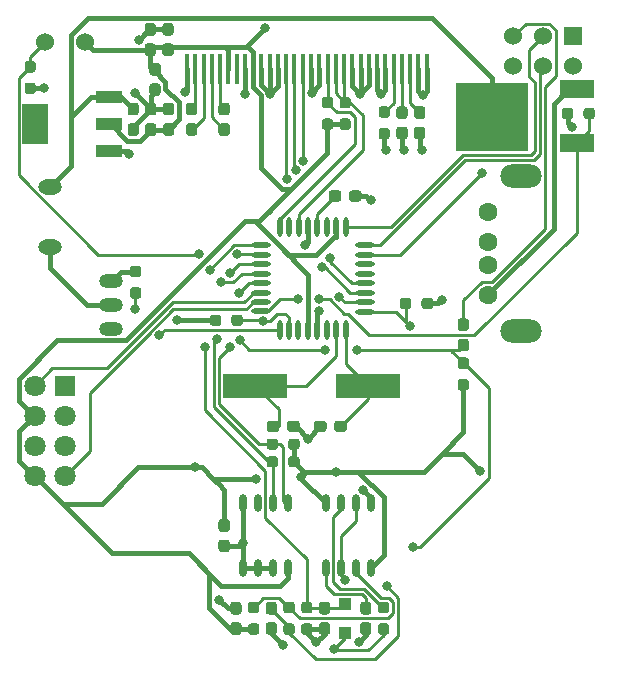
<source format=gtl>
G04 #@! TF.GenerationSoftware,KiCad,Pcbnew,(5.1.9-0-10_14)*
G04 #@! TF.CreationDate,2021-04-26T19:25:28+02:00*
G04 #@! TF.ProjectId,Le_kube,4c655f6b-7562-4652-9e6b-696361645f70,rev?*
G04 #@! TF.SameCoordinates,Original*
G04 #@! TF.FileFunction,Copper,L1,Top*
G04 #@! TF.FilePolarity,Positive*
%FSLAX46Y46*%
G04 Gerber Fmt 4.6, Leading zero omitted, Abs format (unit mm)*
G04 Created by KiCad (PCBNEW (5.1.9-0-10_14)) date 2021-04-26 19:25:28*
%MOMM*%
%LPD*%
G01*
G04 APERTURE LIST*
G04 #@! TA.AperFunction,ComponentPad*
%ADD10O,3.500000X2.000000*%
G04 #@! TD*
G04 #@! TA.AperFunction,ComponentPad*
%ADD11C,1.600000*%
G04 #@! TD*
G04 #@! TA.AperFunction,ComponentPad*
%ADD12C,1.524000*%
G04 #@! TD*
G04 #@! TA.AperFunction,ComponentPad*
%ADD13R,1.524000X1.524000*%
G04 #@! TD*
G04 #@! TA.AperFunction,SMDPad,CuDef*
%ADD14R,0.351000X2.499000*%
G04 #@! TD*
G04 #@! TA.AperFunction,ComponentPad*
%ADD15R,1.800000X1.800000*%
G04 #@! TD*
G04 #@! TA.AperFunction,ComponentPad*
%ADD16C,1.800000*%
G04 #@! TD*
G04 #@! TA.AperFunction,SMDPad,CuDef*
%ADD17R,2.200000X1.100000*%
G04 #@! TD*
G04 #@! TA.AperFunction,SMDPad,CuDef*
%ADD18R,2.200000X3.500000*%
G04 #@! TD*
G04 #@! TA.AperFunction,SMDPad,CuDef*
%ADD19R,6.200000X5.800000*%
G04 #@! TD*
G04 #@! TA.AperFunction,SMDPad,CuDef*
%ADD20R,3.000000X1.600000*%
G04 #@! TD*
G04 #@! TA.AperFunction,ComponentPad*
%ADD21O,2.000000X1.300000*%
G04 #@! TD*
G04 #@! TA.AperFunction,SMDPad,CuDef*
%ADD22R,5.500000X2.000000*%
G04 #@! TD*
G04 #@! TA.AperFunction,SMDPad,CuDef*
%ADD23O,0.600000X1.520000*%
G04 #@! TD*
G04 #@! TA.AperFunction,SMDPad,CuDef*
%ADD24O,0.450000X1.650000*%
G04 #@! TD*
G04 #@! TA.AperFunction,SMDPad,CuDef*
%ADD25O,1.650000X0.450000*%
G04 #@! TD*
G04 #@! TA.AperFunction,ComponentPad*
%ADD26O,2.000000X1.200000*%
G04 #@! TD*
G04 #@! TA.AperFunction,SMDPad,CuDef*
%ADD27R,1.000000X1.000000*%
G04 #@! TD*
G04 #@! TA.AperFunction,ViaPad*
%ADD28C,0.800000*%
G04 #@! TD*
G04 #@! TA.AperFunction,Conductor*
%ADD29C,0.400000*%
G04 #@! TD*
G04 #@! TA.AperFunction,Conductor*
%ADD30C,0.250000*%
G04 #@! TD*
G04 APERTURE END LIST*
D10*
X118125000Y-69052000D03*
X118125000Y-82168000D03*
D11*
X115375000Y-72110000D03*
X115375000Y-74610000D03*
X115375000Y-76610000D03*
X115375000Y-79110000D03*
G04 #@! TA.AperFunction,SMDPad,CuDef*
G36*
G01*
X108862500Y-79602500D02*
X108862500Y-80077500D01*
G75*
G02*
X108625000Y-80315000I-237500J0D01*
G01*
X108125000Y-80315000D01*
G75*
G02*
X107887500Y-80077500I0J237500D01*
G01*
X107887500Y-79602500D01*
G75*
G02*
X108125000Y-79365000I237500J0D01*
G01*
X108625000Y-79365000D01*
G75*
G02*
X108862500Y-79602500I0J-237500D01*
G01*
G37*
G04 #@! TD.AperFunction*
G04 #@! TA.AperFunction,SMDPad,CuDef*
G36*
G01*
X110687500Y-79602500D02*
X110687500Y-80077500D01*
G75*
G02*
X110450000Y-80315000I-237500J0D01*
G01*
X109950000Y-80315000D01*
G75*
G02*
X109712500Y-80077500I0J237500D01*
G01*
X109712500Y-79602500D01*
G75*
G02*
X109950000Y-79365000I237500J0D01*
G01*
X110450000Y-79365000D01*
G75*
G02*
X110687500Y-79602500I0J-237500D01*
G01*
G37*
G04 #@! TD.AperFunction*
G04 #@! TA.AperFunction,SMDPad,CuDef*
G36*
G01*
X93617500Y-81507500D02*
X93617500Y-81032500D01*
G75*
G02*
X93855000Y-80795000I237500J0D01*
G01*
X94355000Y-80795000D01*
G75*
G02*
X94592500Y-81032500I0J-237500D01*
G01*
X94592500Y-81507500D01*
G75*
G02*
X94355000Y-81745000I-237500J0D01*
G01*
X93855000Y-81745000D01*
G75*
G02*
X93617500Y-81507500I0J237500D01*
G01*
G37*
G04 #@! TD.AperFunction*
G04 #@! TA.AperFunction,SMDPad,CuDef*
G36*
G01*
X91792500Y-81507500D02*
X91792500Y-81032500D01*
G75*
G02*
X92030000Y-80795000I237500J0D01*
G01*
X92530000Y-80795000D01*
G75*
G02*
X92767500Y-81032500I0J-237500D01*
G01*
X92767500Y-81507500D01*
G75*
G02*
X92530000Y-81745000I-237500J0D01*
G01*
X92030000Y-81745000D01*
G75*
G02*
X91792500Y-81507500I0J237500D01*
G01*
G37*
G04 #@! TD.AperFunction*
G04 #@! TA.AperFunction,SMDPad,CuDef*
G36*
G01*
X85272500Y-78472500D02*
X85747500Y-78472500D01*
G75*
G02*
X85985000Y-78710000I0J-237500D01*
G01*
X85985000Y-79210000D01*
G75*
G02*
X85747500Y-79447500I-237500J0D01*
G01*
X85272500Y-79447500D01*
G75*
G02*
X85035000Y-79210000I0J237500D01*
G01*
X85035000Y-78710000D01*
G75*
G02*
X85272500Y-78472500I237500J0D01*
G01*
G37*
G04 #@! TD.AperFunction*
G04 #@! TA.AperFunction,SMDPad,CuDef*
G36*
G01*
X85272500Y-76647500D02*
X85747500Y-76647500D01*
G75*
G02*
X85985000Y-76885000I0J-237500D01*
G01*
X85985000Y-77385000D01*
G75*
G02*
X85747500Y-77622500I-237500J0D01*
G01*
X85272500Y-77622500D01*
G75*
G02*
X85035000Y-77385000I0J237500D01*
G01*
X85035000Y-76885000D01*
G75*
G02*
X85272500Y-76647500I237500J0D01*
G01*
G37*
G04 #@! TD.AperFunction*
D12*
X117460000Y-59770000D03*
X117460000Y-57230000D03*
X120000000Y-59770000D03*
X120000000Y-57230000D03*
X122540000Y-59770000D03*
D13*
X122540000Y-57230000D03*
D14*
X110149000Y-59998000D03*
X109450000Y-59998000D03*
X108751000Y-59999000D03*
X108056000Y-60000000D03*
X107356000Y-60000000D03*
X106656000Y-60000000D03*
X105956000Y-60000000D03*
X105256000Y-60000000D03*
X104556000Y-60000000D03*
X103856000Y-60000000D03*
X103156000Y-60000000D03*
X102456000Y-60000000D03*
X101756000Y-60000000D03*
X101056000Y-60000000D03*
X100356000Y-60000000D03*
X99656000Y-60000000D03*
X98956000Y-60000000D03*
X98256000Y-60000000D03*
X97556000Y-60000000D03*
X96856000Y-60000000D03*
X96156000Y-60000000D03*
X95456000Y-60000000D03*
X94756000Y-60000000D03*
X94056000Y-60000000D03*
X93356000Y-60000000D03*
X92656000Y-60000000D03*
X91956000Y-60000000D03*
X91256000Y-60000000D03*
X90556000Y-60000000D03*
X89851000Y-60002000D03*
D15*
X79490000Y-86830000D03*
D16*
X79490000Y-89370000D03*
X79490000Y-91910000D03*
X79490000Y-94450000D03*
X76950000Y-86830000D03*
X76950000Y-89370000D03*
X76950000Y-91910000D03*
X76950000Y-94450000D03*
D17*
X83223000Y-66950000D03*
X83223000Y-64650000D03*
X83223000Y-62350000D03*
D18*
X77025000Y-64650000D03*
G04 #@! TA.AperFunction,SMDPad,CuDef*
G36*
G01*
X87037500Y-63925000D02*
X86562500Y-63925000D01*
G75*
G02*
X86325000Y-63687500I0J237500D01*
G01*
X86325000Y-63087500D01*
G75*
G02*
X86562500Y-62850000I237500J0D01*
G01*
X87037500Y-62850000D01*
G75*
G02*
X87275000Y-63087500I0J-237500D01*
G01*
X87275000Y-63687500D01*
G75*
G02*
X87037500Y-63925000I-237500J0D01*
G01*
G37*
G04 #@! TD.AperFunction*
G04 #@! TA.AperFunction,SMDPad,CuDef*
G36*
G01*
X87037500Y-65650000D02*
X86562500Y-65650000D01*
G75*
G02*
X86325000Y-65412500I0J237500D01*
G01*
X86325000Y-64812500D01*
G75*
G02*
X86562500Y-64575000I237500J0D01*
G01*
X87037500Y-64575000D01*
G75*
G02*
X87275000Y-64812500I0J-237500D01*
G01*
X87275000Y-65412500D01*
G75*
G02*
X87037500Y-65650000I-237500J0D01*
G01*
G37*
G04 #@! TD.AperFunction*
G04 #@! TA.AperFunction,SMDPad,CuDef*
G36*
G01*
X88537500Y-63925000D02*
X88062500Y-63925000D01*
G75*
G02*
X87825000Y-63687500I0J237500D01*
G01*
X87825000Y-63087500D01*
G75*
G02*
X88062500Y-62850000I237500J0D01*
G01*
X88537500Y-62850000D01*
G75*
G02*
X88775000Y-63087500I0J-237500D01*
G01*
X88775000Y-63687500D01*
G75*
G02*
X88537500Y-63925000I-237500J0D01*
G01*
G37*
G04 #@! TD.AperFunction*
G04 #@! TA.AperFunction,SMDPad,CuDef*
G36*
G01*
X88537500Y-65650000D02*
X88062500Y-65650000D01*
G75*
G02*
X87825000Y-65412500I0J237500D01*
G01*
X87825000Y-64812500D01*
G75*
G02*
X88062500Y-64575000I237500J0D01*
G01*
X88537500Y-64575000D01*
G75*
G02*
X88775000Y-64812500I0J-237500D01*
G01*
X88775000Y-65412500D01*
G75*
G02*
X88537500Y-65650000I-237500J0D01*
G01*
G37*
G04 #@! TD.AperFunction*
G04 #@! TA.AperFunction,SMDPad,CuDef*
G36*
G01*
X86912500Y-61200000D02*
X87387500Y-61200000D01*
G75*
G02*
X87625000Y-61437500I0J-237500D01*
G01*
X87625000Y-62037500D01*
G75*
G02*
X87387500Y-62275000I-237500J0D01*
G01*
X86912500Y-62275000D01*
G75*
G02*
X86675000Y-62037500I0J237500D01*
G01*
X86675000Y-61437500D01*
G75*
G02*
X86912500Y-61200000I237500J0D01*
G01*
G37*
G04 #@! TD.AperFunction*
G04 #@! TA.AperFunction,SMDPad,CuDef*
G36*
G01*
X86912500Y-59475000D02*
X87387500Y-59475000D01*
G75*
G02*
X87625000Y-59712500I0J-237500D01*
G01*
X87625000Y-60312500D01*
G75*
G02*
X87387500Y-60550000I-237500J0D01*
G01*
X86912500Y-60550000D01*
G75*
G02*
X86675000Y-60312500I0J237500D01*
G01*
X86675000Y-59712500D01*
G75*
G02*
X86912500Y-59475000I237500J0D01*
G01*
G37*
G04 #@! TD.AperFunction*
G04 #@! TA.AperFunction,SMDPad,CuDef*
G36*
G01*
X85537500Y-63925000D02*
X85062500Y-63925000D01*
G75*
G02*
X84825000Y-63687500I0J237500D01*
G01*
X84825000Y-63087500D01*
G75*
G02*
X85062500Y-62850000I237500J0D01*
G01*
X85537500Y-62850000D01*
G75*
G02*
X85775000Y-63087500I0J-237500D01*
G01*
X85775000Y-63687500D01*
G75*
G02*
X85537500Y-63925000I-237500J0D01*
G01*
G37*
G04 #@! TD.AperFunction*
G04 #@! TA.AperFunction,SMDPad,CuDef*
G36*
G01*
X85537500Y-65650000D02*
X85062500Y-65650000D01*
G75*
G02*
X84825000Y-65412500I0J237500D01*
G01*
X84825000Y-64812500D01*
G75*
G02*
X85062500Y-64575000I237500J0D01*
G01*
X85537500Y-64575000D01*
G75*
G02*
X85775000Y-64812500I0J-237500D01*
G01*
X85775000Y-65412500D01*
G75*
G02*
X85537500Y-65650000I-237500J0D01*
G01*
G37*
G04 #@! TD.AperFunction*
G04 #@! TA.AperFunction,SMDPad,CuDef*
G36*
G01*
X95262500Y-106925000D02*
X95737500Y-106925000D01*
G75*
G02*
X95975000Y-107162500I0J-237500D01*
G01*
X95975000Y-107662500D01*
G75*
G02*
X95737500Y-107900000I-237500J0D01*
G01*
X95262500Y-107900000D01*
G75*
G02*
X95025000Y-107662500I0J237500D01*
G01*
X95025000Y-107162500D01*
G75*
G02*
X95262500Y-106925000I237500J0D01*
G01*
G37*
G04 #@! TD.AperFunction*
G04 #@! TA.AperFunction,SMDPad,CuDef*
G36*
G01*
X95262500Y-105100000D02*
X95737500Y-105100000D01*
G75*
G02*
X95975000Y-105337500I0J-237500D01*
G01*
X95975000Y-105837500D01*
G75*
G02*
X95737500Y-106075000I-237500J0D01*
G01*
X95262500Y-106075000D01*
G75*
G02*
X95025000Y-105837500I0J237500D01*
G01*
X95025000Y-105337500D01*
G75*
G02*
X95262500Y-105100000I237500J0D01*
G01*
G37*
G04 #@! TD.AperFunction*
D19*
X115660000Y-64025000D03*
D20*
X122840000Y-61710000D03*
X122840000Y-66290000D03*
D21*
X78300000Y-75040000D03*
X78300000Y-69960000D03*
D22*
X105150000Y-86800000D03*
X95650000Y-86800000D03*
D23*
X105405000Y-96760000D03*
X104135000Y-96760000D03*
X102865000Y-96760000D03*
X101595000Y-96760000D03*
X105405000Y-102240000D03*
X104135000Y-102240000D03*
X102865000Y-102240000D03*
X101595000Y-102240000D03*
X98405000Y-96760000D03*
X97135000Y-96760000D03*
X95865000Y-96760000D03*
X94595000Y-96760000D03*
X98405000Y-102240000D03*
X97135000Y-102240000D03*
X95865000Y-102240000D03*
X94595000Y-102240000D03*
D24*
X97693000Y-82089000D03*
X98493000Y-82089000D03*
X99293000Y-82089000D03*
X100093000Y-82089000D03*
X100891000Y-82089000D03*
X101691000Y-82089000D03*
X102491000Y-82089000D03*
X103291000Y-82089000D03*
D25*
X104891000Y-80524000D03*
X104891000Y-79724000D03*
X104891000Y-78924000D03*
X104891000Y-78124000D03*
X104891000Y-77326000D03*
X104891000Y-76526000D03*
X104891000Y-75726000D03*
X104891000Y-74926000D03*
D24*
X103301000Y-73351000D03*
X102501000Y-73351000D03*
X101701000Y-73351000D03*
X100901000Y-73351000D03*
X100104000Y-73351000D03*
X99303000Y-73351000D03*
X98503000Y-73351000D03*
X97703000Y-73351000D03*
D25*
X96129000Y-74916000D03*
X96129000Y-75716000D03*
X96129000Y-76516000D03*
X96129000Y-77316000D03*
X96129000Y-78114000D03*
X96129000Y-78914000D03*
X96129000Y-79714000D03*
X96129000Y-80514000D03*
G04 #@! TA.AperFunction,SMDPad,CuDef*
G36*
G01*
X123425000Y-63991500D02*
X123425000Y-63516500D01*
G75*
G02*
X123662500Y-63279000I237500J0D01*
G01*
X124162500Y-63279000D01*
G75*
G02*
X124400000Y-63516500I0J-237500D01*
G01*
X124400000Y-63991500D01*
G75*
G02*
X124162500Y-64229000I-237500J0D01*
G01*
X123662500Y-64229000D01*
G75*
G02*
X123425000Y-63991500I0J237500D01*
G01*
G37*
G04 #@! TD.AperFunction*
G04 #@! TA.AperFunction,SMDPad,CuDef*
G36*
G01*
X121600000Y-63991500D02*
X121600000Y-63516500D01*
G75*
G02*
X121837500Y-63279000I237500J0D01*
G01*
X122337500Y-63279000D01*
G75*
G02*
X122575000Y-63516500I0J-237500D01*
G01*
X122575000Y-63991500D01*
G75*
G02*
X122337500Y-64229000I-237500J0D01*
G01*
X121837500Y-64229000D01*
G75*
G02*
X121600000Y-63991500I0J237500D01*
G01*
G37*
G04 #@! TD.AperFunction*
G04 #@! TA.AperFunction,SMDPad,CuDef*
G36*
G01*
X106737500Y-106075000D02*
X106262500Y-106075000D01*
G75*
G02*
X106025000Y-105837500I0J237500D01*
G01*
X106025000Y-105337500D01*
G75*
G02*
X106262500Y-105100000I237500J0D01*
G01*
X106737500Y-105100000D01*
G75*
G02*
X106975000Y-105337500I0J-237500D01*
G01*
X106975000Y-105837500D01*
G75*
G02*
X106737500Y-106075000I-237500J0D01*
G01*
G37*
G04 #@! TD.AperFunction*
G04 #@! TA.AperFunction,SMDPad,CuDef*
G36*
G01*
X106737500Y-107900000D02*
X106262500Y-107900000D01*
G75*
G02*
X106025000Y-107662500I0J237500D01*
G01*
X106025000Y-107162500D01*
G75*
G02*
X106262500Y-106925000I237500J0D01*
G01*
X106737500Y-106925000D01*
G75*
G02*
X106975000Y-107162500I0J-237500D01*
G01*
X106975000Y-107662500D01*
G75*
G02*
X106737500Y-107900000I-237500J0D01*
G01*
G37*
G04 #@! TD.AperFunction*
G04 #@! TA.AperFunction,SMDPad,CuDef*
G36*
G01*
X100237500Y-106075000D02*
X99762500Y-106075000D01*
G75*
G02*
X99525000Y-105837500I0J237500D01*
G01*
X99525000Y-105337500D01*
G75*
G02*
X99762500Y-105100000I237500J0D01*
G01*
X100237500Y-105100000D01*
G75*
G02*
X100475000Y-105337500I0J-237500D01*
G01*
X100475000Y-105837500D01*
G75*
G02*
X100237500Y-106075000I-237500J0D01*
G01*
G37*
G04 #@! TD.AperFunction*
G04 #@! TA.AperFunction,SMDPad,CuDef*
G36*
G01*
X100237500Y-107900000D02*
X99762500Y-107900000D01*
G75*
G02*
X99525000Y-107662500I0J237500D01*
G01*
X99525000Y-107162500D01*
G75*
G02*
X99762500Y-106925000I237500J0D01*
G01*
X100237500Y-106925000D01*
G75*
G02*
X100475000Y-107162500I0J-237500D01*
G01*
X100475000Y-107662500D01*
G75*
G02*
X100237500Y-107900000I-237500J0D01*
G01*
G37*
G04 #@! TD.AperFunction*
G04 #@! TA.AperFunction,SMDPad,CuDef*
G36*
G01*
X98737500Y-106075000D02*
X98262500Y-106075000D01*
G75*
G02*
X98025000Y-105837500I0J237500D01*
G01*
X98025000Y-105337500D01*
G75*
G02*
X98262500Y-105100000I237500J0D01*
G01*
X98737500Y-105100000D01*
G75*
G02*
X98975000Y-105337500I0J-237500D01*
G01*
X98975000Y-105837500D01*
G75*
G02*
X98737500Y-106075000I-237500J0D01*
G01*
G37*
G04 #@! TD.AperFunction*
G04 #@! TA.AperFunction,SMDPad,CuDef*
G36*
G01*
X98737500Y-107900000D02*
X98262500Y-107900000D01*
G75*
G02*
X98025000Y-107662500I0J237500D01*
G01*
X98025000Y-107162500D01*
G75*
G02*
X98262500Y-106925000I237500J0D01*
G01*
X98737500Y-106925000D01*
G75*
G02*
X98975000Y-107162500I0J-237500D01*
G01*
X98975000Y-107662500D01*
G75*
G02*
X98737500Y-107900000I-237500J0D01*
G01*
G37*
G04 #@! TD.AperFunction*
G04 #@! TA.AperFunction,SMDPad,CuDef*
G36*
G01*
X106318500Y-64975000D02*
X106793500Y-64975000D01*
G75*
G02*
X107031000Y-65212500I0J-237500D01*
G01*
X107031000Y-65712500D01*
G75*
G02*
X106793500Y-65950000I-237500J0D01*
G01*
X106318500Y-65950000D01*
G75*
G02*
X106081000Y-65712500I0J237500D01*
G01*
X106081000Y-65212500D01*
G75*
G02*
X106318500Y-64975000I237500J0D01*
G01*
G37*
G04 #@! TD.AperFunction*
G04 #@! TA.AperFunction,SMDPad,CuDef*
G36*
G01*
X106318500Y-63150000D02*
X106793500Y-63150000D01*
G75*
G02*
X107031000Y-63387500I0J-237500D01*
G01*
X107031000Y-63887500D01*
G75*
G02*
X106793500Y-64125000I-237500J0D01*
G01*
X106318500Y-64125000D01*
G75*
G02*
X106081000Y-63887500I0J237500D01*
G01*
X106081000Y-63387500D01*
G75*
G02*
X106318500Y-63150000I237500J0D01*
G01*
G37*
G04 #@! TD.AperFunction*
G04 #@! TA.AperFunction,SMDPad,CuDef*
G36*
G01*
X101512500Y-64175000D02*
X101987500Y-64175000D01*
G75*
G02*
X102225000Y-64412500I0J-237500D01*
G01*
X102225000Y-64912500D01*
G75*
G02*
X101987500Y-65150000I-237500J0D01*
G01*
X101512500Y-65150000D01*
G75*
G02*
X101275000Y-64912500I0J237500D01*
G01*
X101275000Y-64412500D01*
G75*
G02*
X101512500Y-64175000I237500J0D01*
G01*
G37*
G04 #@! TD.AperFunction*
G04 #@! TA.AperFunction,SMDPad,CuDef*
G36*
G01*
X101512500Y-62350000D02*
X101987500Y-62350000D01*
G75*
G02*
X102225000Y-62587500I0J-237500D01*
G01*
X102225000Y-63087500D01*
G75*
G02*
X101987500Y-63325000I-237500J0D01*
G01*
X101512500Y-63325000D01*
G75*
G02*
X101275000Y-63087500I0J237500D01*
G01*
X101275000Y-62587500D01*
G75*
G02*
X101512500Y-62350000I237500J0D01*
G01*
G37*
G04 #@! TD.AperFunction*
G04 #@! TA.AperFunction,SMDPad,CuDef*
G36*
G01*
X103012500Y-64175000D02*
X103487500Y-64175000D01*
G75*
G02*
X103725000Y-64412500I0J-237500D01*
G01*
X103725000Y-64912500D01*
G75*
G02*
X103487500Y-65150000I-237500J0D01*
G01*
X103012500Y-65150000D01*
G75*
G02*
X102775000Y-64912500I0J237500D01*
G01*
X102775000Y-64412500D01*
G75*
G02*
X103012500Y-64175000I237500J0D01*
G01*
G37*
G04 #@! TD.AperFunction*
G04 #@! TA.AperFunction,SMDPad,CuDef*
G36*
G01*
X103012500Y-62350000D02*
X103487500Y-62350000D01*
G75*
G02*
X103725000Y-62587500I0J-237500D01*
G01*
X103725000Y-63087500D01*
G75*
G02*
X103487500Y-63325000I-237500J0D01*
G01*
X103012500Y-63325000D01*
G75*
G02*
X102775000Y-63087500I0J237500D01*
G01*
X102775000Y-62587500D01*
G75*
G02*
X103012500Y-62350000I237500J0D01*
G01*
G37*
G04 #@! TD.AperFunction*
G04 #@! TA.AperFunction,SMDPad,CuDef*
G36*
G01*
X98425000Y-93487500D02*
X98425000Y-93012500D01*
G75*
G02*
X98662500Y-92775000I237500J0D01*
G01*
X99162500Y-92775000D01*
G75*
G02*
X99400000Y-93012500I0J-237500D01*
G01*
X99400000Y-93487500D01*
G75*
G02*
X99162500Y-93725000I-237500J0D01*
G01*
X98662500Y-93725000D01*
G75*
G02*
X98425000Y-93487500I0J237500D01*
G01*
G37*
G04 #@! TD.AperFunction*
G04 #@! TA.AperFunction,SMDPad,CuDef*
G36*
G01*
X96600000Y-93487500D02*
X96600000Y-93012500D01*
G75*
G02*
X96837500Y-92775000I237500J0D01*
G01*
X97337500Y-92775000D01*
G75*
G02*
X97575000Y-93012500I0J-237500D01*
G01*
X97575000Y-93487500D01*
G75*
G02*
X97337500Y-93725000I-237500J0D01*
G01*
X96837500Y-93725000D01*
G75*
G02*
X96600000Y-93487500I0J237500D01*
G01*
G37*
G04 #@! TD.AperFunction*
G04 #@! TA.AperFunction,SMDPad,CuDef*
G36*
G01*
X97575000Y-91512500D02*
X97575000Y-91987500D01*
G75*
G02*
X97337500Y-92225000I-237500J0D01*
G01*
X96837500Y-92225000D01*
G75*
G02*
X96600000Y-91987500I0J237500D01*
G01*
X96600000Y-91512500D01*
G75*
G02*
X96837500Y-91275000I237500J0D01*
G01*
X97337500Y-91275000D01*
G75*
G02*
X97575000Y-91512500I0J-237500D01*
G01*
G37*
G04 #@! TD.AperFunction*
G04 #@! TA.AperFunction,SMDPad,CuDef*
G36*
G01*
X99400000Y-91512500D02*
X99400000Y-91987500D01*
G75*
G02*
X99162500Y-92225000I-237500J0D01*
G01*
X98662500Y-92225000D01*
G75*
G02*
X98425000Y-91987500I0J237500D01*
G01*
X98425000Y-91512500D01*
G75*
G02*
X98662500Y-91275000I237500J0D01*
G01*
X99162500Y-91275000D01*
G75*
G02*
X99400000Y-91512500I0J-237500D01*
G01*
G37*
G04 #@! TD.AperFunction*
G04 #@! TA.AperFunction,SMDPad,CuDef*
G36*
G01*
X113487500Y-85387500D02*
X113012500Y-85387500D01*
G75*
G02*
X112775000Y-85150000I0J237500D01*
G01*
X112775000Y-84650000D01*
G75*
G02*
X113012500Y-84412500I237500J0D01*
G01*
X113487500Y-84412500D01*
G75*
G02*
X113725000Y-84650000I0J-237500D01*
G01*
X113725000Y-85150000D01*
G75*
G02*
X113487500Y-85387500I-237500J0D01*
G01*
G37*
G04 #@! TD.AperFunction*
G04 #@! TA.AperFunction,SMDPad,CuDef*
G36*
G01*
X113487500Y-87212500D02*
X113012500Y-87212500D01*
G75*
G02*
X112775000Y-86975000I0J237500D01*
G01*
X112775000Y-86475000D01*
G75*
G02*
X113012500Y-86237500I237500J0D01*
G01*
X113487500Y-86237500D01*
G75*
G02*
X113725000Y-86475000I0J-237500D01*
G01*
X113725000Y-86975000D01*
G75*
G02*
X113487500Y-87212500I-237500J0D01*
G01*
G37*
G04 #@! TD.AperFunction*
G04 #@! TA.AperFunction,SMDPad,CuDef*
G36*
G01*
X76812500Y-60287500D02*
X76337500Y-60287500D01*
G75*
G02*
X76100000Y-60050000I0J237500D01*
G01*
X76100000Y-59550000D01*
G75*
G02*
X76337500Y-59312500I237500J0D01*
G01*
X76812500Y-59312500D01*
G75*
G02*
X77050000Y-59550000I0J-237500D01*
G01*
X77050000Y-60050000D01*
G75*
G02*
X76812500Y-60287500I-237500J0D01*
G01*
G37*
G04 #@! TD.AperFunction*
G04 #@! TA.AperFunction,SMDPad,CuDef*
G36*
G01*
X76812500Y-62112500D02*
X76337500Y-62112500D01*
G75*
G02*
X76100000Y-61875000I0J237500D01*
G01*
X76100000Y-61375000D01*
G75*
G02*
X76337500Y-61137500I237500J0D01*
G01*
X76812500Y-61137500D01*
G75*
G02*
X77050000Y-61375000I0J-237500D01*
G01*
X77050000Y-61875000D01*
G75*
G02*
X76812500Y-62112500I-237500J0D01*
G01*
G37*
G04 #@! TD.AperFunction*
D12*
X77825000Y-57700000D03*
X81225000Y-57700000D03*
D26*
X83400000Y-81975000D03*
X83400000Y-79975000D03*
X83400000Y-77975000D03*
D27*
X103250000Y-105300000D03*
X103250000Y-107700000D03*
G04 #@! TA.AperFunction,SMDPad,CuDef*
G36*
G01*
X101737500Y-106175000D02*
X101262500Y-106175000D01*
G75*
G02*
X101025000Y-105937500I0J237500D01*
G01*
X101025000Y-105337500D01*
G75*
G02*
X101262500Y-105100000I237500J0D01*
G01*
X101737500Y-105100000D01*
G75*
G02*
X101975000Y-105337500I0J-237500D01*
G01*
X101975000Y-105937500D01*
G75*
G02*
X101737500Y-106175000I-237500J0D01*
G01*
G37*
G04 #@! TD.AperFunction*
G04 #@! TA.AperFunction,SMDPad,CuDef*
G36*
G01*
X101737500Y-107900000D02*
X101262500Y-107900000D01*
G75*
G02*
X101025000Y-107662500I0J237500D01*
G01*
X101025000Y-107062500D01*
G75*
G02*
X101262500Y-106825000I237500J0D01*
G01*
X101737500Y-106825000D01*
G75*
G02*
X101975000Y-107062500I0J-237500D01*
G01*
X101975000Y-107662500D01*
G75*
G02*
X101737500Y-107900000I-237500J0D01*
G01*
G37*
G04 #@! TD.AperFunction*
G04 #@! TA.AperFunction,SMDPad,CuDef*
G36*
G01*
X104762500Y-106825000D02*
X105237500Y-106825000D01*
G75*
G02*
X105475000Y-107062500I0J-237500D01*
G01*
X105475000Y-107662500D01*
G75*
G02*
X105237500Y-107900000I-237500J0D01*
G01*
X104762500Y-107900000D01*
G75*
G02*
X104525000Y-107662500I0J237500D01*
G01*
X104525000Y-107062500D01*
G75*
G02*
X104762500Y-106825000I237500J0D01*
G01*
G37*
G04 #@! TD.AperFunction*
G04 #@! TA.AperFunction,SMDPad,CuDef*
G36*
G01*
X104762500Y-105100000D02*
X105237500Y-105100000D01*
G75*
G02*
X105475000Y-105337500I0J-237500D01*
G01*
X105475000Y-105937500D01*
G75*
G02*
X105237500Y-106175000I-237500J0D01*
G01*
X104762500Y-106175000D01*
G75*
G02*
X104525000Y-105937500I0J237500D01*
G01*
X104525000Y-105337500D01*
G75*
G02*
X104762500Y-105100000I237500J0D01*
G01*
G37*
G04 #@! TD.AperFunction*
G04 #@! TA.AperFunction,SMDPad,CuDef*
G36*
G01*
X97237500Y-106175000D02*
X96762500Y-106175000D01*
G75*
G02*
X96525000Y-105937500I0J237500D01*
G01*
X96525000Y-105337500D01*
G75*
G02*
X96762500Y-105100000I237500J0D01*
G01*
X97237500Y-105100000D01*
G75*
G02*
X97475000Y-105337500I0J-237500D01*
G01*
X97475000Y-105937500D01*
G75*
G02*
X97237500Y-106175000I-237500J0D01*
G01*
G37*
G04 #@! TD.AperFunction*
G04 #@! TA.AperFunction,SMDPad,CuDef*
G36*
G01*
X97237500Y-107900000D02*
X96762500Y-107900000D01*
G75*
G02*
X96525000Y-107662500I0J237500D01*
G01*
X96525000Y-107062500D01*
G75*
G02*
X96762500Y-106825000I237500J0D01*
G01*
X97237500Y-106825000D01*
G75*
G02*
X97475000Y-107062500I0J-237500D01*
G01*
X97475000Y-107662500D01*
G75*
G02*
X97237500Y-107900000I-237500J0D01*
G01*
G37*
G04 #@! TD.AperFunction*
G04 #@! TA.AperFunction,SMDPad,CuDef*
G36*
G01*
X93762500Y-106825000D02*
X94237500Y-106825000D01*
G75*
G02*
X94475000Y-107062500I0J-237500D01*
G01*
X94475000Y-107662500D01*
G75*
G02*
X94237500Y-107900000I-237500J0D01*
G01*
X93762500Y-107900000D01*
G75*
G02*
X93525000Y-107662500I0J237500D01*
G01*
X93525000Y-107062500D01*
G75*
G02*
X93762500Y-106825000I237500J0D01*
G01*
G37*
G04 #@! TD.AperFunction*
G04 #@! TA.AperFunction,SMDPad,CuDef*
G36*
G01*
X93762500Y-105100000D02*
X94237500Y-105100000D01*
G75*
G02*
X94475000Y-105337500I0J-237500D01*
G01*
X94475000Y-105937500D01*
G75*
G02*
X94237500Y-106175000I-237500J0D01*
G01*
X93762500Y-106175000D01*
G75*
G02*
X93525000Y-105937500I0J237500D01*
G01*
X93525000Y-105337500D01*
G75*
G02*
X93762500Y-105100000I237500J0D01*
G01*
G37*
G04 #@! TD.AperFunction*
G04 #@! TA.AperFunction,SMDPad,CuDef*
G36*
G01*
X86987500Y-57175000D02*
X86512500Y-57175000D01*
G75*
G02*
X86275000Y-56937500I0J237500D01*
G01*
X86275000Y-56337500D01*
G75*
G02*
X86512500Y-56100000I237500J0D01*
G01*
X86987500Y-56100000D01*
G75*
G02*
X87225000Y-56337500I0J-237500D01*
G01*
X87225000Y-56937500D01*
G75*
G02*
X86987500Y-57175000I-237500J0D01*
G01*
G37*
G04 #@! TD.AperFunction*
G04 #@! TA.AperFunction,SMDPad,CuDef*
G36*
G01*
X86987500Y-58900000D02*
X86512500Y-58900000D01*
G75*
G02*
X86275000Y-58662500I0J237500D01*
G01*
X86275000Y-58062500D01*
G75*
G02*
X86512500Y-57825000I237500J0D01*
G01*
X86987500Y-57825000D01*
G75*
G02*
X87225000Y-58062500I0J-237500D01*
G01*
X87225000Y-58662500D01*
G75*
G02*
X86987500Y-58900000I-237500J0D01*
G01*
G37*
G04 #@! TD.AperFunction*
G04 #@! TA.AperFunction,SMDPad,CuDef*
G36*
G01*
X88487500Y-57175000D02*
X88012500Y-57175000D01*
G75*
G02*
X87775000Y-56937500I0J237500D01*
G01*
X87775000Y-56337500D01*
G75*
G02*
X88012500Y-56100000I237500J0D01*
G01*
X88487500Y-56100000D01*
G75*
G02*
X88725000Y-56337500I0J-237500D01*
G01*
X88725000Y-56937500D01*
G75*
G02*
X88487500Y-57175000I-237500J0D01*
G01*
G37*
G04 #@! TD.AperFunction*
G04 #@! TA.AperFunction,SMDPad,CuDef*
G36*
G01*
X88487500Y-58900000D02*
X88012500Y-58900000D01*
G75*
G02*
X87775000Y-58662500I0J237500D01*
G01*
X87775000Y-58062500D01*
G75*
G02*
X88012500Y-57825000I237500J0D01*
G01*
X88487500Y-57825000D01*
G75*
G02*
X88725000Y-58062500I0J-237500D01*
G01*
X88725000Y-58662500D01*
G75*
G02*
X88487500Y-58900000I-237500J0D01*
G01*
G37*
G04 #@! TD.AperFunction*
G04 #@! TA.AperFunction,SMDPad,CuDef*
G36*
G01*
X109793500Y-64225000D02*
X109318500Y-64225000D01*
G75*
G02*
X109081000Y-63987500I0J237500D01*
G01*
X109081000Y-63387500D01*
G75*
G02*
X109318500Y-63150000I237500J0D01*
G01*
X109793500Y-63150000D01*
G75*
G02*
X110031000Y-63387500I0J-237500D01*
G01*
X110031000Y-63987500D01*
G75*
G02*
X109793500Y-64225000I-237500J0D01*
G01*
G37*
G04 #@! TD.AperFunction*
G04 #@! TA.AperFunction,SMDPad,CuDef*
G36*
G01*
X109793500Y-65950000D02*
X109318500Y-65950000D01*
G75*
G02*
X109081000Y-65712500I0J237500D01*
G01*
X109081000Y-65112500D01*
G75*
G02*
X109318500Y-64875000I237500J0D01*
G01*
X109793500Y-64875000D01*
G75*
G02*
X110031000Y-65112500I0J-237500D01*
G01*
X110031000Y-65712500D01*
G75*
G02*
X109793500Y-65950000I-237500J0D01*
G01*
G37*
G04 #@! TD.AperFunction*
G04 #@! TA.AperFunction,SMDPad,CuDef*
G36*
G01*
X108293500Y-64225000D02*
X107818500Y-64225000D01*
G75*
G02*
X107581000Y-63987500I0J237500D01*
G01*
X107581000Y-63387500D01*
G75*
G02*
X107818500Y-63150000I237500J0D01*
G01*
X108293500Y-63150000D01*
G75*
G02*
X108531000Y-63387500I0J-237500D01*
G01*
X108531000Y-63987500D01*
G75*
G02*
X108293500Y-64225000I-237500J0D01*
G01*
G37*
G04 #@! TD.AperFunction*
G04 #@! TA.AperFunction,SMDPad,CuDef*
G36*
G01*
X108293500Y-65950000D02*
X107818500Y-65950000D01*
G75*
G02*
X107581000Y-65712500I0J237500D01*
G01*
X107581000Y-65112500D01*
G75*
G02*
X107818500Y-64875000I237500J0D01*
G01*
X108293500Y-64875000D01*
G75*
G02*
X108531000Y-65112500I0J-237500D01*
G01*
X108531000Y-65712500D01*
G75*
G02*
X108293500Y-65950000I-237500J0D01*
G01*
G37*
G04 #@! TD.AperFunction*
G04 #@! TA.AperFunction,SMDPad,CuDef*
G36*
G01*
X93237500Y-63925000D02*
X92762500Y-63925000D01*
G75*
G02*
X92525000Y-63687500I0J237500D01*
G01*
X92525000Y-63087500D01*
G75*
G02*
X92762500Y-62850000I237500J0D01*
G01*
X93237500Y-62850000D01*
G75*
G02*
X93475000Y-63087500I0J-237500D01*
G01*
X93475000Y-63687500D01*
G75*
G02*
X93237500Y-63925000I-237500J0D01*
G01*
G37*
G04 #@! TD.AperFunction*
G04 #@! TA.AperFunction,SMDPad,CuDef*
G36*
G01*
X93237500Y-65650000D02*
X92762500Y-65650000D01*
G75*
G02*
X92525000Y-65412500I0J237500D01*
G01*
X92525000Y-64812500D01*
G75*
G02*
X92762500Y-64575000I237500J0D01*
G01*
X93237500Y-64575000D01*
G75*
G02*
X93475000Y-64812500I0J-237500D01*
G01*
X93475000Y-65412500D01*
G75*
G02*
X93237500Y-65650000I-237500J0D01*
G01*
G37*
G04 #@! TD.AperFunction*
G04 #@! TA.AperFunction,SMDPad,CuDef*
G36*
G01*
X90012500Y-64575000D02*
X90487500Y-64575000D01*
G75*
G02*
X90725000Y-64812500I0J-237500D01*
G01*
X90725000Y-65412500D01*
G75*
G02*
X90487500Y-65650000I-237500J0D01*
G01*
X90012500Y-65650000D01*
G75*
G02*
X89775000Y-65412500I0J237500D01*
G01*
X89775000Y-64812500D01*
G75*
G02*
X90012500Y-64575000I237500J0D01*
G01*
G37*
G04 #@! TD.AperFunction*
G04 #@! TA.AperFunction,SMDPad,CuDef*
G36*
G01*
X90012500Y-62850000D02*
X90487500Y-62850000D01*
G75*
G02*
X90725000Y-63087500I0J-237500D01*
G01*
X90725000Y-63687500D01*
G75*
G02*
X90487500Y-63925000I-237500J0D01*
G01*
X90012500Y-63925000D01*
G75*
G02*
X89775000Y-63687500I0J237500D01*
G01*
X89775000Y-63087500D01*
G75*
G02*
X90012500Y-62850000I237500J0D01*
G01*
G37*
G04 #@! TD.AperFunction*
G04 #@! TA.AperFunction,SMDPad,CuDef*
G36*
G01*
X93237500Y-99175000D02*
X92762500Y-99175000D01*
G75*
G02*
X92525000Y-98937500I0J237500D01*
G01*
X92525000Y-98337500D01*
G75*
G02*
X92762500Y-98100000I237500J0D01*
G01*
X93237500Y-98100000D01*
G75*
G02*
X93475000Y-98337500I0J-237500D01*
G01*
X93475000Y-98937500D01*
G75*
G02*
X93237500Y-99175000I-237500J0D01*
G01*
G37*
G04 #@! TD.AperFunction*
G04 #@! TA.AperFunction,SMDPad,CuDef*
G36*
G01*
X93237500Y-100900000D02*
X92762500Y-100900000D01*
G75*
G02*
X92525000Y-100662500I0J237500D01*
G01*
X92525000Y-100062500D01*
G75*
G02*
X92762500Y-99825000I237500J0D01*
G01*
X93237500Y-99825000D01*
G75*
G02*
X93475000Y-100062500I0J-237500D01*
G01*
X93475000Y-100662500D01*
G75*
G02*
X93237500Y-100900000I-237500J0D01*
G01*
G37*
G04 #@! TD.AperFunction*
G04 #@! TA.AperFunction,SMDPad,CuDef*
G36*
G01*
X113012500Y-82825000D02*
X113487500Y-82825000D01*
G75*
G02*
X113725000Y-83062500I0J-237500D01*
G01*
X113725000Y-83662500D01*
G75*
G02*
X113487500Y-83900000I-237500J0D01*
G01*
X113012500Y-83900000D01*
G75*
G02*
X112775000Y-83662500I0J237500D01*
G01*
X112775000Y-83062500D01*
G75*
G02*
X113012500Y-82825000I237500J0D01*
G01*
G37*
G04 #@! TD.AperFunction*
G04 #@! TA.AperFunction,SMDPad,CuDef*
G36*
G01*
X113012500Y-81100000D02*
X113487500Y-81100000D01*
G75*
G02*
X113725000Y-81337500I0J-237500D01*
G01*
X113725000Y-81937500D01*
G75*
G02*
X113487500Y-82175000I-237500J0D01*
G01*
X113012500Y-82175000D01*
G75*
G02*
X112775000Y-81937500I0J237500D01*
G01*
X112775000Y-81337500D01*
G75*
G02*
X113012500Y-81100000I237500J0D01*
G01*
G37*
G04 #@! TD.AperFunction*
G04 #@! TA.AperFunction,SMDPad,CuDef*
G36*
G01*
X102325000Y-90487500D02*
X102325000Y-90012500D01*
G75*
G02*
X102562500Y-89775000I237500J0D01*
G01*
X103162500Y-89775000D01*
G75*
G02*
X103400000Y-90012500I0J-237500D01*
G01*
X103400000Y-90487500D01*
G75*
G02*
X103162500Y-90725000I-237500J0D01*
G01*
X102562500Y-90725000D01*
G75*
G02*
X102325000Y-90487500I0J237500D01*
G01*
G37*
G04 #@! TD.AperFunction*
G04 #@! TA.AperFunction,SMDPad,CuDef*
G36*
G01*
X100600000Y-90487500D02*
X100600000Y-90012500D01*
G75*
G02*
X100837500Y-89775000I237500J0D01*
G01*
X101437500Y-89775000D01*
G75*
G02*
X101675000Y-90012500I0J-237500D01*
G01*
X101675000Y-90487500D01*
G75*
G02*
X101437500Y-90725000I-237500J0D01*
G01*
X100837500Y-90725000D01*
G75*
G02*
X100600000Y-90487500I0J237500D01*
G01*
G37*
G04 #@! TD.AperFunction*
G04 #@! TA.AperFunction,SMDPad,CuDef*
G36*
G01*
X97675000Y-90012500D02*
X97675000Y-90487500D01*
G75*
G02*
X97437500Y-90725000I-237500J0D01*
G01*
X96837500Y-90725000D01*
G75*
G02*
X96600000Y-90487500I0J237500D01*
G01*
X96600000Y-90012500D01*
G75*
G02*
X96837500Y-89775000I237500J0D01*
G01*
X97437500Y-89775000D01*
G75*
G02*
X97675000Y-90012500I0J-237500D01*
G01*
G37*
G04 #@! TD.AperFunction*
G04 #@! TA.AperFunction,SMDPad,CuDef*
G36*
G01*
X99400000Y-90012500D02*
X99400000Y-90487500D01*
G75*
G02*
X99162500Y-90725000I-237500J0D01*
G01*
X98562500Y-90725000D01*
G75*
G02*
X98325000Y-90487500I0J237500D01*
G01*
X98325000Y-90012500D01*
G75*
G02*
X98562500Y-89775000I237500J0D01*
G01*
X99162500Y-89775000D01*
G75*
G02*
X99400000Y-90012500I0J-237500D01*
G01*
G37*
G04 #@! TD.AperFunction*
G04 #@! TA.AperFunction,SMDPad,CuDef*
G36*
G01*
X103575000Y-70987500D02*
X103575000Y-70512500D01*
G75*
G02*
X103812500Y-70275000I237500J0D01*
G01*
X104412500Y-70275000D01*
G75*
G02*
X104650000Y-70512500I0J-237500D01*
G01*
X104650000Y-70987500D01*
G75*
G02*
X104412500Y-71225000I-237500J0D01*
G01*
X103812500Y-71225000D01*
G75*
G02*
X103575000Y-70987500I0J237500D01*
G01*
G37*
G04 #@! TD.AperFunction*
G04 #@! TA.AperFunction,SMDPad,CuDef*
G36*
G01*
X101850000Y-70987500D02*
X101850000Y-70512500D01*
G75*
G02*
X102087500Y-70275000I237500J0D01*
G01*
X102687500Y-70275000D01*
G75*
G02*
X102925000Y-70512500I0J-237500D01*
G01*
X102925000Y-70987500D01*
G75*
G02*
X102687500Y-71225000I-237500J0D01*
G01*
X102087500Y-71225000D01*
G75*
G02*
X101850000Y-70987500I0J237500D01*
G01*
G37*
G04 #@! TD.AperFunction*
D28*
X99862347Y-74887653D03*
X98000000Y-108750000D03*
X94595000Y-100155000D03*
X122428000Y-64889998D03*
X106680000Y-66840000D03*
X108204000Y-66840000D03*
X109728000Y-66840000D03*
X105410000Y-71120000D03*
X85800000Y-57500000D03*
X104759314Y-95640686D03*
X96899999Y-62100001D03*
X94800000Y-62099996D03*
X104500000Y-62100001D03*
X100416767Y-62000000D03*
X106300000Y-62099996D03*
X109799994Y-62200000D03*
X100100000Y-91300000D03*
X100800000Y-108499990D03*
X104400000Y-108474990D03*
X89699996Y-61925000D03*
X85475000Y-62025000D03*
X77750000Y-61625002D03*
X84975000Y-67149992D03*
X92560000Y-104910000D03*
X101000000Y-80500000D03*
X111410000Y-79580000D03*
X89050000Y-81280000D03*
X96500000Y-56500000D03*
X90500000Y-93700000D03*
X114700000Y-94000000D03*
X102500000Y-94100000D03*
X95700000Y-94700000D03*
X99499996Y-94500000D03*
X109000000Y-100500000D03*
X94237347Y-78987347D03*
X104250000Y-83750000D03*
X101500000Y-83750000D03*
X94332052Y-82945299D03*
X106750000Y-103750000D03*
X103250000Y-103275000D03*
X91399978Y-83528317D03*
X91778193Y-77003193D03*
X102300000Y-109100000D03*
X114808000Y-68797000D03*
X90834314Y-75684314D03*
X94120346Y-75686346D03*
X99250000Y-79500006D03*
X101000000Y-79500000D03*
X87527103Y-82527103D03*
X85480000Y-80310000D03*
X96299999Y-81339010D03*
X108750000Y-81750000D03*
X93500000Y-77250000D03*
X93500000Y-83500000D03*
X92750000Y-78000000D03*
X92417940Y-82814010D03*
X99691757Y-67804818D03*
X102750000Y-79250000D03*
X101250000Y-76750000D03*
X98298000Y-69342000D03*
X102000000Y-76000000D03*
X99060000Y-68580000D03*
D29*
X83223000Y-62350000D02*
X83223000Y-62323000D01*
X84162500Y-62250000D02*
X83223000Y-62250000D01*
X85300000Y-63387500D02*
X84162500Y-62250000D01*
X78300000Y-69960000D02*
X80062999Y-68197001D01*
X110634990Y-55699990D02*
X115660000Y-60725000D01*
X80062999Y-57142239D02*
X81505248Y-55699990D01*
X115660000Y-60725000D02*
X115660000Y-64025000D01*
X81505248Y-55699990D02*
X110634990Y-55699990D01*
X83223000Y-62350000D02*
X81725000Y-62350000D01*
X81725000Y-62350000D02*
X80062999Y-64012001D01*
X80062999Y-64012001D02*
X80062999Y-57142239D01*
X80062999Y-68197001D02*
X80062999Y-64012001D01*
X86861500Y-61636000D02*
X87136000Y-61910500D01*
X100104000Y-74646000D02*
X99862347Y-74887653D01*
X100104000Y-73351000D02*
X100104000Y-74646000D01*
X100050000Y-107362500D02*
X100000000Y-107412500D01*
X101500000Y-107362500D02*
X100050000Y-107362500D01*
X97000000Y-107750000D02*
X98000000Y-108750000D01*
X97000000Y-107362500D02*
X97000000Y-107750000D01*
X97135000Y-102240000D02*
X94595000Y-102240000D01*
X94595000Y-102240000D02*
X94595000Y-100155000D01*
X94595000Y-100155000D02*
X94595000Y-96760000D01*
X94387500Y-100362500D02*
X94595000Y-100155000D01*
X93000000Y-100362500D02*
X94387500Y-100362500D01*
X122087500Y-64549498D02*
X122428000Y-64889998D01*
X122087500Y-63754000D02*
X122087500Y-64549498D01*
X106556000Y-66716000D02*
X106680000Y-66840000D01*
X106556000Y-65462500D02*
X106556000Y-66716000D01*
X108056000Y-66692000D02*
X108204000Y-66840000D01*
X108056000Y-65412500D02*
X108056000Y-66692000D01*
X109556000Y-66668000D02*
X109728000Y-66840000D01*
X109556000Y-65412500D02*
X109556000Y-66668000D01*
X105040000Y-70750000D02*
X105410000Y-71120000D01*
X104112500Y-70750000D02*
X105040000Y-70750000D01*
X86750000Y-56637500D02*
X88250000Y-56637500D01*
X86750000Y-56637500D02*
X86662500Y-56637500D01*
X86662500Y-56637500D02*
X85800000Y-57500000D01*
X105405000Y-96286372D02*
X104759314Y-95640686D01*
X105405000Y-96760000D02*
X105405000Y-96286372D01*
X96856000Y-60000000D02*
X96856000Y-62056002D01*
X97556000Y-61444000D02*
X96899999Y-62100001D01*
X96856000Y-62056002D02*
X96899999Y-62100001D01*
X96156000Y-61356002D02*
X96899999Y-62100001D01*
X96156000Y-60000000D02*
X96156000Y-61356002D01*
X97556000Y-60000000D02*
X97556000Y-61444000D01*
X94756000Y-62055996D02*
X94800000Y-62099996D01*
X94756000Y-60000000D02*
X94756000Y-62055996D01*
X104556000Y-62044001D02*
X104500000Y-62100001D01*
X104556000Y-60000000D02*
X104556000Y-62044001D01*
X103856000Y-60000000D02*
X103856000Y-61456001D01*
X105256000Y-60000000D02*
X105256000Y-61344001D01*
X103856000Y-61456001D02*
X104500000Y-62100001D01*
X105256000Y-61344001D02*
X104500000Y-62100001D01*
X100356000Y-60000000D02*
X100356000Y-61939233D01*
X100356000Y-61939233D02*
X100416767Y-62000000D01*
X101056000Y-60000000D02*
X101056000Y-61360767D01*
X101056000Y-61360767D02*
X100416767Y-62000000D01*
X106656000Y-60000000D02*
X106656000Y-61743996D01*
X105956000Y-61755996D02*
X106300000Y-62099996D01*
X106656000Y-61743996D02*
X106300000Y-62099996D01*
X105956000Y-60000000D02*
X105956000Y-61755996D01*
X110149000Y-59998000D02*
X110149000Y-61850994D01*
X109450000Y-61850006D02*
X109799994Y-62200000D01*
X110149000Y-61850994D02*
X109799994Y-62200000D01*
X109450000Y-59998000D02*
X109450000Y-61850006D01*
X99050000Y-90250000D02*
X100100000Y-91300000D01*
X98862500Y-90250000D02*
X99050000Y-90250000D01*
X100100000Y-91287500D02*
X101137500Y-90250000D01*
X100100000Y-91300000D02*
X100100000Y-91287500D01*
X100000000Y-107412500D02*
X100000000Y-107699990D01*
X100000000Y-107699990D02*
X100800000Y-108499990D01*
X101500000Y-107799990D02*
X100800000Y-108499990D01*
X101500000Y-107362500D02*
X101500000Y-107799990D01*
X105000000Y-107362500D02*
X105000000Y-107874990D01*
X105000000Y-107874990D02*
X104400000Y-108474990D01*
X89851000Y-61773996D02*
X89699996Y-61925000D01*
X89851000Y-60002000D02*
X89851000Y-61773996D01*
X85300000Y-64887500D02*
X86800000Y-63387500D01*
X85300000Y-65112500D02*
X85300000Y-64887500D01*
X86800000Y-63387500D02*
X88300000Y-63387500D01*
X86800000Y-62246500D02*
X87136000Y-61910500D01*
X86800000Y-63387500D02*
X86800000Y-62246500D01*
X86800000Y-63350000D02*
X85475000Y-62025000D01*
X86800000Y-63387500D02*
X86800000Y-63350000D01*
X77749998Y-61625000D02*
X77750000Y-61625002D01*
X76575000Y-61625000D02*
X77749998Y-61625000D01*
X84775008Y-66950000D02*
X84975000Y-67149992D01*
X83223000Y-66950000D02*
X84775008Y-66950000D01*
X94000000Y-105637500D02*
X93287500Y-105637500D01*
X93287500Y-105637500D02*
X92560000Y-104910000D01*
X84240000Y-77135000D02*
X83400000Y-77975000D01*
X85510000Y-77135000D02*
X84240000Y-77135000D01*
X100891000Y-80609000D02*
X101000000Y-80500000D01*
X100891000Y-82089000D02*
X100891000Y-80609000D01*
X111150000Y-79840000D02*
X111410000Y-79580000D01*
X110200000Y-79840000D02*
X111150000Y-79840000D01*
X89060000Y-81270000D02*
X89050000Y-81280000D01*
X92280000Y-81270000D02*
X89060000Y-81270000D01*
X86500000Y-58112500D02*
X88000000Y-58112500D01*
X93356000Y-58350500D02*
X93356000Y-60000000D01*
X93118000Y-58112500D02*
X93356000Y-58350500D01*
X88000000Y-58112500D02*
X93118000Y-58112500D01*
X95456000Y-58554998D02*
X95456000Y-60000000D01*
X95013502Y-58112500D02*
X95456000Y-58554998D01*
X93118000Y-58112500D02*
X95013502Y-58112500D01*
X95013502Y-57986498D02*
X96500000Y-56500000D01*
X95013502Y-58112500D02*
X95013502Y-57986498D01*
X102501000Y-73351000D02*
X102501000Y-74249000D01*
X102501000Y-74064996D02*
X102501000Y-73351000D01*
X100815996Y-75750000D02*
X102501000Y-74064996D01*
X98446897Y-75750000D02*
X100815996Y-75750000D01*
X97696897Y-75000000D02*
X98446897Y-75750000D01*
X94050000Y-107412500D02*
X94000000Y-107362500D01*
X95500000Y-107412500D02*
X94050000Y-107412500D01*
X98405000Y-103095000D02*
X98405000Y-102240000D01*
X97750000Y-103750000D02*
X98405000Y-103095000D01*
X92750000Y-103750000D02*
X97750000Y-103750000D01*
X113250000Y-86662500D02*
X113250000Y-90750000D01*
X93000000Y-95600000D02*
X92650000Y-95250000D01*
X93000000Y-98637500D02*
X93000000Y-95600000D01*
X114700000Y-94000000D02*
X113250000Y-92550000D01*
X113250000Y-92550000D02*
X111450000Y-92550000D01*
X113250000Y-90750000D02*
X111450000Y-92550000D01*
X92100000Y-94700000D02*
X95700000Y-94700000D01*
X92650000Y-95250000D02*
X92100000Y-94700000D01*
X102500000Y-94100000D02*
X99899995Y-94100001D01*
X99899995Y-94100001D02*
X99499996Y-94500000D01*
X99499996Y-94664996D02*
X101595000Y-96760000D01*
X99499996Y-94500000D02*
X99499996Y-94664996D01*
X106500000Y-101145000D02*
X105405000Y-102240000D01*
X106500000Y-96250000D02*
X106500000Y-101145000D01*
X104350000Y-94100000D02*
X106500000Y-96250000D01*
X102500000Y-94100000D02*
X104350000Y-94100000D01*
X109900000Y-94100000D02*
X111450000Y-92550000D01*
X104350000Y-94100000D02*
X109900000Y-94100000D01*
X101750000Y-64662500D02*
X103250000Y-64662500D01*
X98912500Y-91750000D02*
X98912500Y-93250000D01*
X99762501Y-94100001D02*
X98912500Y-93250000D01*
X99899995Y-94100001D02*
X99762501Y-94100001D01*
X91750000Y-102750000D02*
X90000000Y-101000000D01*
X91750000Y-105587500D02*
X91750000Y-102750000D01*
X93525000Y-107362500D02*
X91750000Y-105587500D01*
X94000000Y-107362500D02*
X93525000Y-107362500D01*
X90000000Y-101000000D02*
X92750000Y-103750000D01*
X92100000Y-94700000D02*
X91100000Y-93700000D01*
X75649999Y-90670001D02*
X75649999Y-93149999D01*
X75649999Y-93149999D02*
X76950000Y-94450000D01*
X76950000Y-89370000D02*
X75649999Y-90670001D01*
X83500000Y-101000000D02*
X90000000Y-101000000D01*
X91100000Y-93700000D02*
X90500000Y-93700000D01*
X90500000Y-93700000D02*
X85750000Y-93700000D01*
X82625000Y-96825000D02*
X79325000Y-96825000D01*
X85750000Y-93700000D02*
X82625000Y-96825000D01*
X79325000Y-96825000D02*
X83500000Y-101000000D01*
X76950000Y-94450000D02*
X79325000Y-96825000D01*
X86800000Y-65112500D02*
X88300000Y-65112500D01*
X86750000Y-59799500D02*
X87136000Y-60185500D01*
X86750000Y-58362500D02*
X86750000Y-59799500D01*
X89175010Y-64237490D02*
X88300000Y-65112500D01*
X88025000Y-61074500D02*
X88025000Y-61673424D01*
X89175010Y-62823434D02*
X89175010Y-64237490D01*
X88025000Y-61673424D02*
X89175010Y-62823434D01*
X87136000Y-60185500D02*
X88025000Y-61074500D01*
X86068113Y-81581887D02*
X94761124Y-72888876D01*
X86064227Y-81581887D02*
X86068113Y-81581887D01*
X84671104Y-82975010D02*
X86064227Y-81581887D01*
X78880988Y-82975010D02*
X84671104Y-82975010D01*
X75649999Y-86205999D02*
X78880988Y-82975010D01*
X76950000Y-89370000D02*
X75649999Y-88069999D01*
X75649999Y-88069999D02*
X75649999Y-86205999D01*
X97087001Y-71737001D02*
X101750000Y-67074002D01*
X96759775Y-72064227D02*
X97087001Y-71737001D01*
X97696897Y-74946897D02*
X95638876Y-72888876D01*
X97696897Y-75000000D02*
X97696897Y-74946897D01*
X94761124Y-72888876D02*
X95638876Y-72888876D01*
X95935126Y-72888876D02*
X97087001Y-71737001D01*
X95638876Y-72888876D02*
X95935126Y-72888876D01*
X81887500Y-58362500D02*
X86750000Y-58362500D01*
X81225000Y-57700000D02*
X81887500Y-58362500D01*
X82674000Y-64550000D02*
X83298424Y-64550000D01*
X84798434Y-66050010D02*
X85862490Y-66050010D01*
X85862490Y-66050010D02*
X86800000Y-65112500D01*
X83298424Y-64550000D02*
X84798434Y-66050010D01*
X101750000Y-67074002D02*
X101750000Y-64662500D01*
X98682001Y-70142001D02*
X101750000Y-67074002D01*
X97913999Y-70142001D02*
X98682001Y-70142001D01*
X96099998Y-62148542D02*
X96099998Y-68328000D01*
X96099998Y-68328000D02*
X97913999Y-70142001D01*
X95456000Y-61504544D02*
X96099998Y-62148542D01*
X95456000Y-60000000D02*
X95456000Y-61504544D01*
X97696897Y-75000000D02*
X100093000Y-77396103D01*
X100093000Y-77396103D02*
X100093000Y-82089000D01*
D30*
X100901000Y-72236500D02*
X102387500Y-70750000D01*
X100901000Y-73351000D02*
X100901000Y-72236500D01*
X97637500Y-88787500D02*
X95650000Y-86800000D01*
X97637500Y-90250000D02*
X97637500Y-88787500D01*
X102491000Y-84259000D02*
X102491000Y-82089000D01*
X99950000Y-86800000D02*
X102491000Y-84259000D01*
X95650000Y-86800000D02*
X99950000Y-86800000D01*
X103291000Y-84941000D02*
X105150000Y-86800000D01*
X103291000Y-82089000D02*
X103291000Y-84941000D01*
X105150000Y-87962500D02*
X102862500Y-90250000D01*
X105150000Y-86800000D02*
X105150000Y-87962500D01*
X94332052Y-82945299D02*
X95136753Y-83750000D01*
X95136753Y-83750000D02*
X101500000Y-83750000D01*
X96129000Y-78114000D02*
X95110694Y-78114000D01*
X95110694Y-78114000D02*
X94237347Y-78987347D01*
X113250000Y-83362500D02*
X112862500Y-83750000D01*
X112250000Y-83837500D02*
X113250000Y-84837500D01*
X112250000Y-83750000D02*
X112250000Y-83837500D01*
X112862500Y-83750000D02*
X112250000Y-83750000D01*
X112250000Y-83750000D02*
X104250000Y-83750000D01*
X115425001Y-94640684D02*
X115425001Y-87012501D01*
X115425001Y-87012501D02*
X113250000Y-84837500D01*
X109565685Y-100500000D02*
X115425001Y-94640684D01*
X109000000Y-100500000D02*
X109565685Y-100500000D01*
X120200010Y-61474990D02*
X121087001Y-60587999D01*
X121087001Y-56708239D02*
X120521761Y-56142999D01*
X113250000Y-81637500D02*
X113250000Y-79569998D01*
X113250000Y-79569998D02*
X114834999Y-77984999D01*
X121087001Y-60587999D02*
X121087001Y-56708239D01*
X120200010Y-73507514D02*
X120200010Y-61474990D01*
X114834999Y-77984999D02*
X115722525Y-77984999D01*
X115722525Y-77984999D02*
X120200010Y-73507514D01*
X118547001Y-56142999D02*
X117460000Y-57230000D01*
X120521761Y-56142999D02*
X118547001Y-56142999D01*
X91256000Y-61310002D02*
X91256000Y-60000000D01*
X91256000Y-64106500D02*
X91256000Y-61310002D01*
X90250000Y-65112500D02*
X91256000Y-64106500D01*
X90576009Y-60020009D02*
X90576009Y-63061491D01*
X90556000Y-60000000D02*
X90576009Y-60020009D01*
X90576009Y-63061491D02*
X90250000Y-63387500D01*
X92656000Y-63043500D02*
X93000000Y-63387500D01*
X92656000Y-60000000D02*
X92656000Y-63043500D01*
X91956000Y-64068500D02*
X93000000Y-65112500D01*
X91956000Y-60000000D02*
X91956000Y-64068500D01*
X108056000Y-61050000D02*
X108056000Y-63687500D01*
X108751000Y-62882500D02*
X109556000Y-63687500D01*
X108751000Y-60249000D02*
X108751000Y-62882500D01*
X98500000Y-107412500D02*
X98500000Y-107250000D01*
X97000000Y-105750000D02*
X97000000Y-105637500D01*
X98500000Y-107250000D02*
X97000000Y-105750000D01*
X102865000Y-99540000D02*
X102865000Y-102740000D01*
X104135000Y-98270000D02*
X102865000Y-99540000D01*
X104135000Y-97260000D02*
X104135000Y-98270000D01*
X102865000Y-102890000D02*
X103250000Y-103275000D01*
X102865000Y-102240000D02*
X102865000Y-102890000D01*
X106750000Y-103750000D02*
X107750020Y-104750020D01*
X107750020Y-107999980D02*
X105774999Y-109975001D01*
X105774999Y-109975001D02*
X100775001Y-109975001D01*
X98500000Y-107700000D02*
X98500000Y-107412500D01*
X107750020Y-104750020D02*
X107750020Y-107999980D01*
X100775001Y-109975001D02*
X98500000Y-107700000D01*
X101595000Y-103750000D02*
X101595000Y-102740000D01*
X105000000Y-104772821D02*
X104702179Y-104474999D01*
X102319999Y-104474999D02*
X101595000Y-103750000D01*
X104702179Y-104474999D02*
X102319999Y-104474999D01*
X105000000Y-105637500D02*
X105000000Y-104772821D01*
X101450000Y-105587500D02*
X101500000Y-105637500D01*
X100000000Y-105587500D02*
X101450000Y-105587500D01*
X100000000Y-105587500D02*
X99837500Y-105587500D01*
X100587500Y-105587500D02*
X100000000Y-105587500D01*
X102912500Y-105637500D02*
X103250000Y-105300000D01*
X101500000Y-105637500D02*
X102912500Y-105637500D01*
X96500000Y-97995552D02*
X96500000Y-94000000D01*
X100000000Y-101495552D02*
X96500000Y-97995552D01*
X96500000Y-94000000D02*
X91399978Y-88899978D01*
X91399978Y-88899978D02*
X91399978Y-83528317D01*
X100000000Y-105587500D02*
X100000000Y-101495552D01*
X96129000Y-74916000D02*
X93865386Y-74916000D01*
X93865386Y-74916000D02*
X91778193Y-77003193D01*
X103250000Y-108150000D02*
X102300000Y-109100000D01*
X103250000Y-107700000D02*
X103250000Y-108150000D01*
X102400000Y-109200000D02*
X102300000Y-109100000D01*
X105200000Y-109200000D02*
X102400000Y-109200000D01*
X106500000Y-107900000D02*
X105200000Y-109200000D01*
X106500000Y-107412500D02*
X106500000Y-107900000D01*
X119750000Y-60020000D02*
X120000000Y-59770000D01*
X119750000Y-67156413D02*
X119750000Y-60020000D01*
X119196413Y-67710000D02*
X119750000Y-67156413D01*
X113392000Y-67710000D02*
X119196413Y-67710000D01*
X104891000Y-74926000D02*
X106176000Y-74926000D01*
X106176000Y-74926000D02*
X113392000Y-67710000D01*
X113205600Y-67259989D02*
X107114590Y-73351000D01*
X118850000Y-58380000D02*
X118850000Y-60629998D01*
X119010013Y-67259989D02*
X113205600Y-67259989D01*
X120000000Y-57230000D02*
X118850000Y-58380000D01*
X107114590Y-73351000D02*
X103301000Y-73351000D01*
X118850000Y-60629998D02*
X119299989Y-61079987D01*
X119299989Y-66970013D02*
X119010013Y-67259989D01*
X119299989Y-61079987D02*
X119299989Y-66970013D01*
X122540000Y-57230000D02*
X122348000Y-57230000D01*
X107879000Y-75726000D02*
X104891000Y-75726000D01*
X114808000Y-68797000D02*
X107879000Y-75726000D01*
D29*
X115481066Y-79654000D02*
X115375000Y-79654000D01*
X115375000Y-79075000D02*
X115375000Y-79110000D01*
X120939999Y-73510001D02*
X115375000Y-79075000D01*
X120939999Y-62910001D02*
X120939999Y-73510001D01*
X122140000Y-61710000D02*
X120939999Y-62910001D01*
X122840000Y-61710000D02*
X122140000Y-61710000D01*
X78300000Y-76875000D02*
X78300000Y-75040000D01*
X81400000Y-79975000D02*
X78300000Y-76875000D01*
X83400000Y-79975000D02*
X81400000Y-79975000D01*
D30*
X76575000Y-58950000D02*
X76575000Y-59800000D01*
X77825000Y-57700000D02*
X76575000Y-58950000D01*
X82336128Y-75725000D02*
X85264227Y-75725000D01*
X75599999Y-60775001D02*
X75599999Y-68988871D01*
X75599999Y-68988871D02*
X82336128Y-75725000D01*
X76575000Y-59800000D02*
X75599999Y-60775001D01*
X90793628Y-75725000D02*
X90834314Y-75684314D01*
X85264227Y-75725000D02*
X90793628Y-75725000D01*
X96099346Y-75686346D02*
X96129000Y-75716000D01*
X94120346Y-75686346D02*
X96099346Y-75686346D01*
X123912500Y-65217500D02*
X122840000Y-66290000D01*
X123912500Y-65217500D02*
X123912500Y-63754000D01*
X103496406Y-80751821D02*
X105244585Y-82500000D01*
X101926998Y-79500000D02*
X103178819Y-80751821D01*
X101000000Y-79500000D02*
X101926998Y-79500000D01*
X105244585Y-82500000D02*
X114194002Y-82500000D01*
X103178819Y-80751821D02*
X103496406Y-80751821D01*
X114194002Y-82500000D02*
X122840000Y-73854002D01*
X122840000Y-73854002D02*
X122840000Y-66290000D01*
X97720825Y-79500006D02*
X99250000Y-79500006D01*
X96706831Y-80514000D02*
X97720825Y-79500006D01*
X96129000Y-80514000D02*
X96706831Y-80514000D01*
X87965206Y-82089000D02*
X87527103Y-82527103D01*
X97693000Y-82089000D02*
X87965206Y-82089000D01*
X85480000Y-78990000D02*
X85510000Y-78960000D01*
X85480000Y-80310000D02*
X85480000Y-78990000D01*
X94105000Y-81270000D02*
X96230989Y-81270000D01*
X96230989Y-81270000D02*
X96299999Y-81339010D01*
X97514694Y-80690000D02*
X96865684Y-81339010D01*
X98169000Y-80690000D02*
X97514694Y-80690000D01*
X96865684Y-81339010D02*
X96299999Y-81339010D01*
X98493000Y-81014000D02*
X98169000Y-80690000D01*
X98493000Y-82089000D02*
X98493000Y-81014000D01*
X107524000Y-80524000D02*
X108750000Y-81750000D01*
X104891000Y-80524000D02*
X107524000Y-80524000D01*
X108375000Y-81375000D02*
X108750000Y-81750000D01*
X108375000Y-79840000D02*
X108375000Y-81375000D01*
X96129000Y-76516000D02*
X94234000Y-76516000D01*
X94234000Y-76516000D02*
X93500000Y-77250000D01*
X98405000Y-97010000D02*
X98000000Y-96605000D01*
X97750000Y-91750000D02*
X95986955Y-91750000D01*
X98000000Y-92000000D02*
X97750000Y-91750000D01*
X95986955Y-91750000D02*
X92574999Y-88338044D01*
X92574999Y-88338044D02*
X92574999Y-84425001D01*
X98000000Y-96605000D02*
X98000000Y-92000000D01*
X92574999Y-84425001D02*
X93500000Y-83500000D01*
X93792157Y-78000000D02*
X92750000Y-78000000D01*
X94476157Y-77316000D02*
X93792157Y-78000000D01*
X95518315Y-77316000D02*
X94476157Y-77316000D01*
X92124988Y-83106962D02*
X92417940Y-82814010D01*
X97135000Y-96760000D02*
X97135000Y-93635000D01*
X97135000Y-93635000D02*
X92124988Y-88624988D01*
X92124988Y-88624988D02*
X92124988Y-83106962D01*
X102456000Y-62043500D02*
X103250000Y-62837500D01*
X102456000Y-60000000D02*
X102456000Y-62043500D01*
X103156000Y-62743500D02*
X103250000Y-62837500D01*
X103156000Y-60000000D02*
X103156000Y-62743500D01*
X104750000Y-66829000D02*
X99303000Y-72276000D01*
X103664496Y-62837500D02*
X104750000Y-63923004D01*
X103250000Y-62837500D02*
X103664496Y-62837500D01*
X104750000Y-63923004D02*
X104750000Y-66829000D01*
X99303000Y-72276000D02*
X99303000Y-73351000D01*
X101756000Y-62831500D02*
X101750000Y-62837500D01*
X101756000Y-60000000D02*
X101756000Y-62831500D01*
X102562510Y-63650010D02*
X101750000Y-62837500D01*
X103650010Y-63650010D02*
X102562510Y-63650010D01*
X104050010Y-64050010D02*
X103650010Y-63650010D01*
X104050010Y-66324990D02*
X104050010Y-64050010D01*
X97703000Y-72672000D02*
X104050010Y-66324990D01*
X97703000Y-73351000D02*
X97703000Y-72672000D01*
X107356000Y-62837500D02*
X106556000Y-63637500D01*
X107356000Y-60250000D02*
X107356000Y-62837500D01*
X97687490Y-104774990D02*
X98500000Y-105587500D01*
X96312510Y-104774990D02*
X97687490Y-104774990D01*
X95500000Y-105587500D02*
X96312510Y-104774990D01*
X104135000Y-102490000D02*
X104135000Y-102635000D01*
X106870510Y-106500000D02*
X99412500Y-106500000D01*
X107300010Y-106070500D02*
X106870510Y-106500000D01*
X104135000Y-102635000D02*
X106274990Y-104774990D01*
X106970500Y-104774990D02*
X107300010Y-105104500D01*
X106274990Y-104774990D02*
X106970500Y-104774990D01*
X99412500Y-106500000D02*
X98500000Y-105587500D01*
X107300010Y-105104500D02*
X107300010Y-106070500D01*
X104135000Y-102240000D02*
X104135000Y-102635000D01*
X106451090Y-105587500D02*
X104863590Y-104000000D01*
X104863590Y-104000000D02*
X102781103Y-104000000D01*
X102781103Y-104000000D02*
X102239990Y-103458887D01*
X102239990Y-97885010D02*
X102865000Y-97260000D01*
X102239990Y-103458887D02*
X102239990Y-97885010D01*
X106500000Y-105587500D02*
X106451090Y-105587500D01*
X99691757Y-60035757D02*
X99691757Y-67804818D01*
X99656000Y-60000000D02*
X99691757Y-60035757D01*
X104891000Y-79724000D02*
X103224000Y-79724000D01*
X103224000Y-79724000D02*
X102750000Y-79250000D01*
X103674000Y-78924000D02*
X101500000Y-76750000D01*
X104891000Y-78924000D02*
X103674000Y-78924000D01*
X101500000Y-76750000D02*
X101250000Y-76750000D01*
X98256000Y-60000000D02*
X98256000Y-69300000D01*
X98256000Y-69300000D02*
X98298000Y-69342000D01*
X104891000Y-78124000D02*
X103816000Y-78124000D01*
X103816000Y-78124000D02*
X102000000Y-76308000D01*
X102000000Y-76308000D02*
X102000000Y-76000000D01*
X98956000Y-68476000D02*
X99060000Y-68580000D01*
X98956000Y-60000000D02*
X98956000Y-68476000D01*
X95529000Y-78914000D02*
X96129000Y-78914000D01*
X83063590Y-85325000D02*
X86281692Y-82106898D01*
X86281692Y-82106898D02*
X86285579Y-82106898D01*
X78455000Y-85325000D02*
X83063590Y-85325000D01*
X94693000Y-79750000D02*
X95529000Y-78914000D01*
X86285579Y-82106898D02*
X88642477Y-79750000D01*
X76950000Y-86830000D02*
X78455000Y-85325000D01*
X88642477Y-79750000D02*
X94693000Y-79750000D01*
X95529000Y-79714000D02*
X96129000Y-79714000D01*
X88678886Y-80350001D02*
X94892999Y-80350001D01*
X81642476Y-92297524D02*
X81642476Y-87382524D01*
X86471979Y-82556909D02*
X88678886Y-80350001D01*
X94892999Y-80350001D02*
X95529000Y-79714000D01*
X79490000Y-94450000D02*
X81642476Y-92297524D01*
X81642476Y-87382524D02*
X86468091Y-82556909D01*
X86468091Y-82556909D02*
X86471979Y-82556909D01*
M02*

</source>
